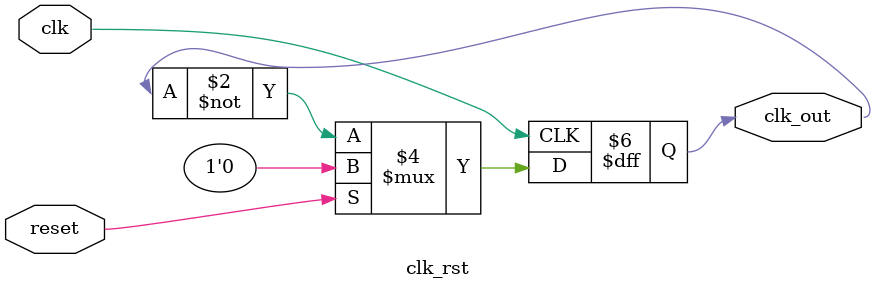
<source format=v>
module clk_rst (clk, reset, clk_out);
	output reg clk_out;
	input clk ;
	input reset;

	always @(posedge clk)
	begin
	if (reset)
		clk_out <= 1'b0;
	else
		clk_out <= ~clk_out;	
	end
endmodule
</source>
